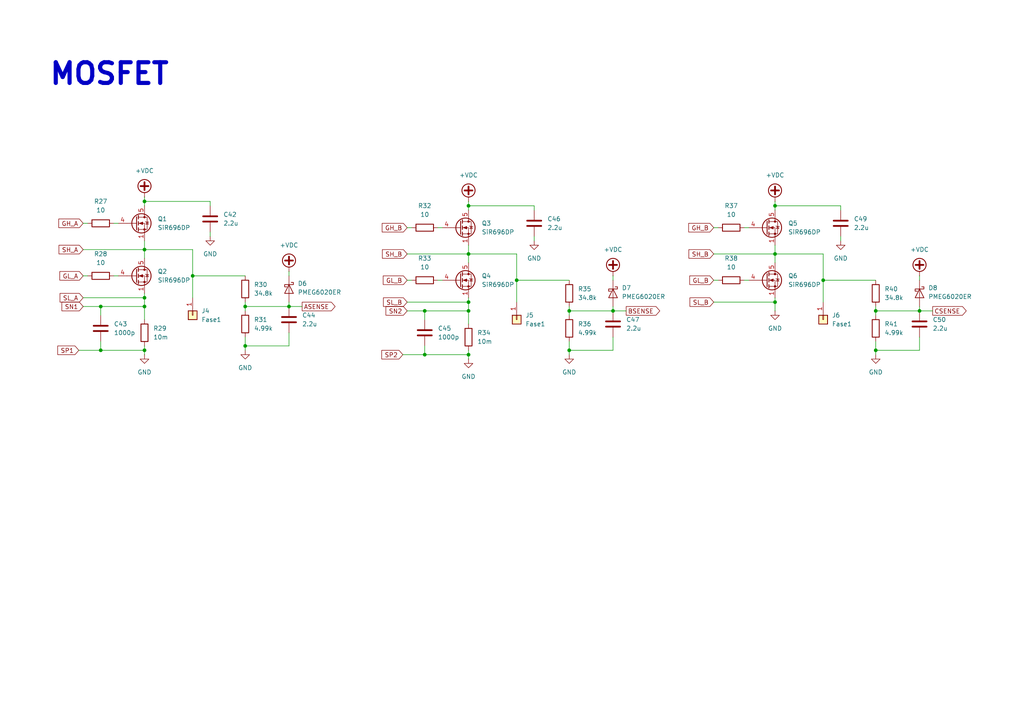
<source format=kicad_sch>
(kicad_sch (version 20231120) (generator "eeschema") (generator_version "8.0")
  (paper "A4")
  (lib_symbols
    (symbol "Connector_Generic:Conn_01x01" (pin_names (offset 1.016) hide)
      (property "Reference" "J" (at 0 2.54 0))
      (property "Value" "Conn_01x01" (at 0 -2.54 0))
      (symbol "Conn_01x01_1_1"
        (rectangle (start -1.27 0.127) (end 0 -0.127) (stroke (width 0.1524)))
        (rectangle (start -1.27 1.27) (end 1.27 -1.27) (stroke (width 0.254)) (fill (type background)))
        (pin passive line (at -5.08 0 0) (length 3.81) (name "Pin_1") (number "1"))
      )
    )
    (symbol "Device:C" (pin_numbers hide) (pin_names (offset 0.254))
      (property "Reference" "C" (at 0.635 2.54 0))
      (property "Value" "C" (at 0.635 -2.54 0))
      (symbol "C_0_1"
        (polyline (pts (xy -2.032 -0.762) (xy 2.032 -0.762)) (stroke (width 0.508)))
        (polyline (pts (xy -2.032 0.762) (xy 2.032 0.762)) (stroke (width 0.508)))
      )
      (symbol "C_1_1"
        (pin passive line (at 0 3.81 270) (length 2.794) (name "~") (number "1"))
        (pin passive line (at 0 -3.81 90) (length 2.794) (name "~") (number "2"))
      )
    )
    (symbol "Device:R" (pin_numbers hide) (pin_names (offset 0))
      (property "Reference" "R" (at 2.032 0 90))
      (property "Value" "R" (at 0 0 90))
      (symbol "R_0_1"
        (rectangle (start -1.016 -2.54) (end 1.016 2.54) (stroke (width 0.254)))
      )
      (symbol "R_1_1"
        (pin passive line (at 0 3.81 270) (length 1.27) (name "~") (number "1"))
        (pin passive line (at 0 -3.81 90) (length 1.27) (name "~") (number "2"))
      )
    )
    (symbol "Diode:PMEG6020ER" (pin_numbers hide) (pin_names hide)
      (property "Reference" "D" (at 0 2.54 0))
      (property "Value" "PMEG6020ER" (at 0 -2.54 0))
      (symbol "PMEG6020ER_0_1"
        (polyline (pts (xy 1.27 0) (xy -1.27 0)))
        (polyline (pts (xy 1.27 1.27) (xy 1.27 -1.27) (xy -1.27 0) (xy 1.27 1.27)) (stroke (width 0.2032)))
        (polyline (pts (xy -1.905 0.635) (xy -1.905 1.27) (xy -1.27 1.27) (xy -1.27 -1.27) (xy -0.635 -1.27) (xy -0.635 -0.635)) (stroke (width 0.2032)))
      )
      (symbol "PMEG6020ER_1_1"
        (pin passive line (at -3.81 0 0) (length 2.54) (name "K") (number "1"))
        (pin passive line (at 3.81 0 180) (length 2.54) (name "A") (number "2"))
      )
    )
    (symbol "Transistor_FET:SiR696DP" (pin_names hide)
      (property "Reference" "Q" (at 5.08 1.905 0))
      (property "Value" "SiR696DP" (at 5.08 0 0))
      (symbol "SiR696DP_0_1"
        (polyline (pts (xy 0.254 0) (xy -2.54 0)))
        (polyline (pts (xy 0.254 1.905) (xy 0.254 -1.905)) (stroke (width 0.254)))
        (polyline (pts (xy 0.762 -1.27) (xy 0.762 -2.286)) (stroke (width 0.254)))
        (polyline (pts (xy 0.762 0.508) (xy 0.762 -0.508)) (stroke (width 0.254)))
        (polyline (pts (xy 0.762 2.286) (xy 0.762 1.27)) (stroke (width 0.254)))
        (polyline (pts (xy 2.54 2.54) (xy 2.54 1.778)))
        (polyline (pts (xy 2.54 -2.54) (xy 2.54 0) (xy 0.762 0)))
        (polyline (pts (xy 0.762 -1.778) (xy 3.302 -1.778) (xy 3.302 1.778) (xy 0.762 1.778)))
        (polyline (pts (xy 1.016 0) (xy 2.032 0.381) (xy 2.032 -0.381) (xy 1.016 0)) (fill (type outline)))
        (polyline (pts (xy 2.794 0.508) (xy 2.921 0.381) (xy 3.683 0.381) (xy 3.81 0.254)))
        (polyline (pts (xy 3.302 0.381) (xy 2.921 -0.254) (xy 3.683 -0.254) (xy 3.302 0.381)))
        (circle (center 1.651 0) (radius 2.794) (stroke (width 0.254)))
        (circle (center 2.54 -1.778) (radius 0.254) (fill (type outline)))
        (circle (center 2.54 1.778) (radius 0.254) (fill (type outline)))
      )
      (symbol "SiR696DP_1_1"
        (pin passive line (at 2.54 -5.08 90) (length 2.54) (name "S") (number "1"))
        (pin passive line (at 2.54 -5.08 90) (length 2.54) hide (name "S") (number "2"))
        (pin passive line (at 2.54 -5.08 90) (length 2.54) hide (name "S") (number "3"))
        (pin input line (at -5.08 0 0) (length 2.54) (name "G") (number "4"))
        (pin passive line (at 2.54 5.08 270) (length 2.54) (name "D") (number "5"))
      )
    )
    (symbol "power:+VDC" (power) (pin_numbers hide) (pin_names (offset 0) hide)
      (property "Value" "+VDC" (at 0 6.35 0))
      (symbol "+VDC_0_1"
        (polyline (pts (xy -1.143 3.175) (xy 1.143 3.175)) (stroke (width 0.508)))
        (polyline (pts (xy 0 0) (xy 0 1.27)))
        (polyline (pts (xy 0 2.032) (xy 0 4.318)) (stroke (width 0.508)))
        (circle (center 0 3.175) (radius 1.905) (stroke (width 0.254)))
      )
      (symbol "+VDC_1_1"
        (pin power_in line (at 0 0 90) (length 0) (name "~") (number "1"))
      )
    )
    (symbol "power:GND" (power) (pin_numbers hide) (pin_names (offset 0) hide)
      (property "Value" "GND" (at 0 -3.81 0))
      (symbol "GND_0_1"
        (polyline (pts (xy 0 0) (xy 0 -1.27) (xy 1.27 -1.27) (xy 0 -2.54) (xy -1.27 -1.27) (xy 0 -1.27)))
      )
      (symbol "GND_1_1"
        (pin power_in line (at 0 0 270) (length 0) (name "~") (number "1"))
      )
    )
  )
  (junction (at 83.82 88.9))
  (junction (at 266.7 90.17))
  (junction (at 135.89 73.66))
  (junction (at 123.19 102.87))
  (junction (at 41.91 72.39))
  (junction (at 55.88 80.01))
  (junction (at 41.91 58.42))
  (junction (at 71.12 100.33))
  (junction (at 41.91 86.36))
  (junction (at 224.79 87.63))
  (junction (at 41.91 101.6))
  (junction (at 41.91 88.9))
  (junction (at 71.12 88.9))
  (junction (at 135.89 59.69))
  (junction (at 224.79 73.66))
  (junction (at 29.21 88.9))
  (junction (at 135.89 102.87))
  (junction (at 238.76 81.28))
  (junction (at 177.8 90.17))
  (junction (at 123.19 90.17))
  (junction (at 254 101.6))
  (junction (at 254 90.17))
  (junction (at 165.1 90.17))
  (junction (at 135.89 90.17))
  (junction (at 149.86 81.28))
  (junction (at 135.89 87.63))
  (junction (at 224.79 59.69))
  (junction (at 165.1 101.6))
  (junction (at 29.21 101.6))
  (wire (pts (xy 238.76 73.66) (xy 224.79 73.66)))
  (wire (pts (xy 266.7 90.17) (xy 270.51 90.17)))
  (wire (pts (xy 41.91 58.42) (xy 60.96 58.42)))
  (wire (pts (xy 41.91 100.33) (xy 41.91 101.6)))
  (wire (pts (xy 71.12 88.9) (xy 71.12 90.17)))
  (wire (pts (xy 266.7 80.01) (xy 266.7 81.28)))
  (wire (pts (xy 33.02 64.77) (xy 34.29 64.77)))
  (wire (pts (xy 41.91 69.85) (xy 41.91 72.39)))
  (wire (pts (xy 118.11 66.04) (xy 119.38 66.04)))
  (wire (pts (xy 177.8 88.9) (xy 177.8 90.17)))
  (wire (pts (xy 83.82 100.33) (xy 71.12 100.33)))
  (wire (pts (xy 154.94 68.58) (xy 154.94 69.85)))
  (wire (pts (xy 177.8 80.01) (xy 177.8 81.28)))
  (wire (pts (xy 266.7 97.79) (xy 266.7 101.6)))
  (wire (pts (xy 224.79 71.12) (xy 224.79 73.66)))
  (wire (pts (xy 41.91 58.42) (xy 41.91 59.69)))
  (wire (pts (xy 118.11 90.17) (xy 123.19 90.17)))
  (wire (pts (xy 207.01 66.04) (xy 208.28 66.04)))
  (wire (pts (xy 127 66.04) (xy 128.27 66.04)))
  (wire (pts (xy 165.1 88.9) (xy 165.1 90.17)))
  (wire (pts (xy 60.96 67.31) (xy 60.96 68.58)))
  (wire (pts (xy 254 81.28) (xy 238.76 81.28)))
  (wire (pts (xy 24.13 64.77) (xy 25.4 64.77)))
  (wire (pts (xy 266.7 101.6) (xy 254 101.6)))
  (wire (pts (xy 135.89 101.6) (xy 135.89 102.87)))
  (wire (pts (xy 224.79 86.36) (xy 224.79 87.63)))
  (wire (pts (xy 254 90.17) (xy 266.7 90.17)))
  (wire (pts (xy 254 101.6) (xy 254 102.87)))
  (wire (pts (xy 24.13 80.01) (xy 25.4 80.01)))
  (wire (pts (xy 83.82 78.74) (xy 83.82 80.01)))
  (wire (pts (xy 254 90.17) (xy 254 91.44)))
  (wire (pts (xy 71.12 100.33) (xy 71.12 101.6)))
  (wire (pts (xy 224.79 59.69) (xy 224.79 60.96)))
  (wire (pts (xy 71.12 88.9) (xy 83.82 88.9)))
  (wire (pts (xy 55.88 72.39) (xy 41.91 72.39)))
  (wire (pts (xy 135.89 58.42) (xy 135.89 59.69)))
  (wire (pts (xy 165.1 101.6) (xy 165.1 102.87)))
  (wire (pts (xy 266.7 88.9) (xy 266.7 90.17)))
  (wire (pts (xy 149.86 81.28) (xy 149.86 73.66)))
  (wire (pts (xy 177.8 97.79) (xy 177.8 101.6)))
  (wire (pts (xy 55.88 80.01) (xy 55.88 86.36)))
  (wire (pts (xy 135.89 86.36) (xy 135.89 87.63)))
  (wire (pts (xy 33.02 80.01) (xy 34.29 80.01)))
  (wire (pts (xy 123.19 90.17) (xy 135.89 90.17)))
  (wire (pts (xy 60.96 59.69) (xy 60.96 58.42)))
  (wire (pts (xy 238.76 81.28) (xy 238.76 87.63)))
  (wire (pts (xy 22.86 101.6) (xy 29.21 101.6)))
  (wire (pts (xy 71.12 100.33) (xy 71.12 97.79)))
  (wire (pts (xy 83.82 96.52) (xy 83.82 100.33)))
  (wire (pts (xy 165.1 90.17) (xy 165.1 91.44)))
  (wire (pts (xy 165.1 81.28) (xy 149.86 81.28)))
  (wire (pts (xy 41.91 88.9) (xy 41.91 92.71)))
  (wire (pts (xy 165.1 90.17) (xy 177.8 90.17)))
  (wire (pts (xy 224.79 73.66) (xy 224.79 76.2)))
  (wire (pts (xy 154.94 60.96) (xy 154.94 59.69)))
  (wire (pts (xy 71.12 87.63) (xy 71.12 88.9)))
  (wire (pts (xy 207.01 81.28) (xy 208.28 81.28)))
  (wire (pts (xy 118.11 81.28) (xy 119.38 81.28)))
  (wire (pts (xy 55.88 80.01) (xy 55.88 72.39)))
  (wire (pts (xy 243.84 60.96) (xy 243.84 59.69)))
  (wire (pts (xy 41.91 101.6) (xy 41.91 102.87)))
  (wire (pts (xy 41.91 72.39) (xy 41.91 74.93)))
  (wire (pts (xy 24.13 72.39) (xy 41.91 72.39)))
  (wire (pts (xy 135.89 87.63) (xy 135.89 90.17)))
  (wire (pts (xy 127 81.28) (xy 128.27 81.28)))
  (wire (pts (xy 29.21 88.9) (xy 41.91 88.9)))
  (wire (pts (xy 215.9 66.04) (xy 217.17 66.04)))
  (wire (pts (xy 224.79 87.63) (xy 224.79 90.17)))
  (wire (pts (xy 224.79 59.69) (xy 243.84 59.69)))
  (wire (pts (xy 254 88.9) (xy 254 90.17)))
  (wire (pts (xy 149.86 73.66) (xy 135.89 73.66)))
  (wire (pts (xy 135.89 73.66) (xy 135.89 76.2)))
  (wire (pts (xy 29.21 101.6) (xy 41.91 101.6)))
  (wire (pts (xy 41.91 57.15) (xy 41.91 58.42)))
  (wire (pts (xy 29.21 99.06) (xy 29.21 101.6)))
  (wire (pts (xy 135.89 90.17) (xy 135.89 93.98)))
  (wire (pts (xy 215.9 81.28) (xy 217.17 81.28)))
  (wire (pts (xy 71.12 80.01) (xy 55.88 80.01)))
  (wire (pts (xy 135.89 59.69) (xy 135.89 60.96)))
  (wire (pts (xy 118.11 73.66) (xy 135.89 73.66)))
  (wire (pts (xy 243.84 68.58) (xy 243.84 69.85)))
  (wire (pts (xy 238.76 81.28) (xy 238.76 73.66)))
  (wire (pts (xy 177.8 101.6) (xy 165.1 101.6)))
  (wire (pts (xy 224.79 58.42) (xy 224.79 59.69)))
  (wire (pts (xy 123.19 90.17) (xy 123.19 92.71)))
  (wire (pts (xy 24.13 86.36) (xy 41.91 86.36)))
  (wire (pts (xy 135.89 71.12) (xy 135.89 73.66)))
  (wire (pts (xy 41.91 86.36) (xy 41.91 88.9)))
  (wire (pts (xy 123.19 102.87) (xy 135.89 102.87)))
  (wire (pts (xy 41.91 85.09) (xy 41.91 86.36)))
  (wire (pts (xy 118.11 87.63) (xy 135.89 87.63)))
  (wire (pts (xy 29.21 88.9) (xy 29.21 91.44)))
  (wire (pts (xy 207.01 73.66) (xy 224.79 73.66)))
  (wire (pts (xy 135.89 59.69) (xy 154.94 59.69)))
  (wire (pts (xy 83.82 88.9) (xy 87.63 88.9)))
  (wire (pts (xy 207.01 87.63) (xy 224.79 87.63)))
  (wire (pts (xy 177.8 90.17) (xy 181.61 90.17)))
  (wire (pts (xy 149.86 81.28) (xy 149.86 87.63)))
  (wire (pts (xy 83.82 87.63) (xy 83.82 88.9)))
  (wire (pts (xy 116.84 102.87) (xy 123.19 102.87)))
  (wire (pts (xy 24.13 88.9) (xy 29.21 88.9)))
  (wire (pts (xy 254 101.6) (xy 254 99.06)))
  (wire (pts (xy 123.19 100.33) (xy 123.19 102.87)))
  (wire (pts (xy 135.89 102.87) (xy 135.89 104.14)))
  (wire (pts (xy 165.1 101.6) (xy 165.1 99.06)))
  (text "MOSFET" (at 31.75 21.59 0) (effects (font (size 6 6) (thickness 1.2) (bold yes))))
  (global_label "SL_A" (shape input) (at 24.13 86.36 180) (property "Intersheetrefs" "${INTERSHEET_REFS}" (effects (hide yes))))
  (global_label "SN1" (shape input) (at 24.13 88.9 180) (property "Intersheetrefs" "${INTERSHEET_REFS}" (effects (hide yes))))
  (global_label "GL_A" (shape input) (at 24.13 80.01 180) (property "Intersheetrefs" "${INTERSHEET_REFS}" (effects (hide yes))))
  (global_label "BSENSE" (shape output) (at 181.61 90.17 0) (property "Intersheetrefs" "${INTERSHEET_REFS}" (effects (hide yes))))
  (global_label "SL_B" (shape input) (at 118.11 87.63 180) (property "Intersheetrefs" "${INTERSHEET_REFS}" (effects (hide yes))))
  (global_label "GH_A" (shape input) (at 24.13 64.77 180) (property "Intersheetrefs" "${INTERSHEET_REFS}" (effects (hide yes))))
  (global_label "SP2" (shape input) (at 116.84 102.87 180) (property "Intersheetrefs" "${INTERSHEET_REFS}" (effects (hide yes))))
  (global_label "SH_B" (shape input) (at 207.01 73.66 180) (property "Intersheetrefs" "${INTERSHEET_REFS}" (effects (hide yes))))
  (global_label "SP1" (shape input) (at 22.86 101.6 180) (property "Intersheetrefs" "${INTERSHEET_REFS}" (effects (hide yes))))
  (global_label "GL_B" (shape input) (at 118.11 81.28 180) (property "Intersheetrefs" "${INTERSHEET_REFS}" (effects (hide yes))))
  (global_label "SL_B" (shape input) (at 207.01 87.63 180) (property "Intersheetrefs" "${INTERSHEET_REFS}" (effects (hide yes))))
  (global_label "GH_B" (shape input) (at 118.11 66.04 180) (property "Intersheetrefs" "${INTERSHEET_REFS}" (effects (hide yes))))
  (global_label "SN2" (shape input) (at 118.11 90.17 180) (property "Intersheetrefs" "${INTERSHEET_REFS}" (effects (hide yes))))
  (global_label "ASENSE" (shape output) (at 87.63 88.9 0) (property "Intersheetrefs" "${INTERSHEET_REFS}" (effects (hide yes))))
  (global_label "SH_A" (shape input) (at 24.13 72.39 180) (property "Intersheetrefs" "${INTERSHEET_REFS}" (effects (hide yes))))
  (global_label "GL_B" (shape input) (at 207.01 81.28 180) (property "Intersheetrefs" "${INTERSHEET_REFS}" (effects (hide yes))))
  (global_label "SH_B" (shape input) (at 118.11 73.66 180) (property "Intersheetrefs" "${INTERSHEET_REFS}" (effects (hide yes))))
  (global_label "GH_B" (shape input) (at 207.01 66.04 180) (property "Intersheetrefs" "${INTERSHEET_REFS}" (effects (hide yes))))
  (global_label "CSENSE" (shape output) (at 270.51 90.17 0) (property "Intersheetrefs" "${INTERSHEET_REFS}" (effects (hide yes))))
  (symbol (lib_id "Connector_Generic:Conn_01x01") (at 55.88 91.44 270) (unit 1)
    (property "Reference" "J4" (at 58.42 90.1699 90) (effects (justify left)))
    (property "Value" "Fase1" (at 58.42 92.7099 90) (effects (justify left)))
    (property "Description" "Generic connector, single row, 01x01, script generated (kicad-library-utils/schlib/autogen/connector/)" (effects (hide yes)))
  )
  (symbol (lib_id "power:GND") (at 224.79 90.17 0) (unit 1)
    (property "Reference" "#PWR064" (effects (hide yes)))
    (property "Value" "GND" (at 224.79 95.25 0))
    (property "Description" "Power symbol creates a global label with name \"GND\" , ground" (effects (hide yes)))
  )
  (symbol (lib_id "power:+VDC") (at 224.79 58.42 0) (unit 1)
    (property "Reference" "#PWR063" (effects (hide yes)))
    (property "Value" "+VDC" (at 224.79 50.8 0))
    (property "Description" "Power symbol creates a global label with name \"+VDC\"" (effects (hide yes)))
  )
  (symbol (lib_id "Connector_Generic:Conn_01x01") (at 238.76 92.71 270) (unit 1)
    (property "Reference" "J6" (at 241.3 91.4399 90) (effects (justify left)))
    (property "Value" "Fase1" (at 241.3 93.9799 90) (effects (justify left)))
    (property "Description" "Generic connector, single row, 01x01, script generated (kicad-library-utils/schlib/autogen/connector/)" (effects (hide yes)))
  )
  (symbol (lib_id "Connector_Generic:Conn_01x01") (at 149.86 92.71 270) (unit 1)
    (property "Reference" "J5" (at 152.4 91.4399 90) (effects (justify left)))
    (property "Value" "Fase1" (at 152.4 93.9799 90) (effects (justify left)))
    (property "Description" "Generic connector, single row, 01x01, script generated (kicad-library-utils/schlib/autogen/connector/)" (effects (hide yes)))
  )
  (symbol (lib_id "power:GND") (at 154.94 69.85 0) (unit 1)
    (property "Reference" "#PWR060" (effects (hide yes)))
    (property "Value" "GND" (at 154.94 74.93 0))
    (property "Description" "Power symbol creates a global label with name \"GND\" , ground" (effects (hide yes)))
  )
  (symbol (lib_id "Device:R") (at 71.12 93.98 180) (unit 1)
    (property "Reference" "R31" (at 73.66 92.7099 0) (effects (justify right)))
    (property "Value" "4.99k" (at 73.66 95.2499 0) (effects (justify right)))
    (property "Description" "Resistor" (effects (hide yes)))
  )
  (symbol (lib_id "Device:R") (at 41.91 96.52 180) (unit 1)
    (property "Reference" "R29" (at 44.45 95.2499 0) (effects (justify right)))
    (property "Value" "10m" (at 44.45 97.7899 0) (effects (justify right)))
    (property "Description" "Resistor" (effects (hide yes)))
  )
  (symbol (lib_id "Transistor_FET:SiR696DP") (at 222.25 81.28 0) (unit 1)
    (property "Reference" "Q6" (at 228.6 80.0099 0) (effects (justify left)))
    (property "Value" "SiR696DP" (at 228.6 82.5499 0) (effects (justify left)))
    (property "Footprint" "Package_SO:PowerPAK_SO-8_Single" (effects (hide yes)))
    (property "Datasheet" "https://www.vishay.com/docs/65689/sir696dp.pdf" (effects (hide yes)))
    (property "Description" "60A Id, 125V Vds N-Channel MOSFET, 9.6mOhm Ron, 19.4 nC Qg(typ), PowerPAK-8" (effects (hide yes)))
  )
  (symbol (lib_id "Device:R") (at 29.21 80.01 90) (unit 1)
    (property "Reference" "R28" (at 29.21 73.66 90))
    (property "Value" "10" (at 29.21 76.2 90))
    (property "Description" "Resistor" (effects (hide yes)))
  )
  (symbol (lib_id "Transistor_FET:SiR696DP") (at 133.35 81.28 0) (unit 1)
    (property "Reference" "Q4" (at 139.7 80.0099 0) (effects (justify left)))
    (property "Value" "SiR696DP" (at 139.7 82.5499 0) (effects (justify left)))
    (property "Footprint" "Package_SO:PowerPAK_SO-8_Single" (effects (hide yes)))
    (property "Datasheet" "https://www.vishay.com/docs/65689/sir696dp.pdf" (effects (hide yes)))
    (property "Description" "60A Id, 125V Vds N-Channel MOSFET, 9.6mOhm Ron, 19.4 nC Qg(typ), PowerPAK-8" (effects (hide yes)))
  )
  (symbol (lib_id "power:+VDC") (at 177.8 80.01 0) (unit 1)
    (property "Reference" "#PWR062" (effects (hide yes)))
    (property "Value" "+VDC" (at 177.8 72.39 0))
    (property "Description" "Power symbol creates a global label with name \"+VDC\"" (effects (hide yes)))
  )
  (symbol (lib_id "Device:R") (at 212.09 66.04 90) (unit 1)
    (property "Reference" "R37" (at 212.09 59.69 90))
    (property "Value" "10" (at 212.09 62.23 90))
    (property "Description" "Resistor" (effects (hide yes)))
  )
  (symbol (lib_id "Device:C") (at 123.19 96.52 0) (unit 1)
    (property "Reference" "C45" (at 127 95.2499 0) (effects (justify left)))
    (property "Value" "1000p" (at 127 97.7899 0) (effects (justify left)))
    (property "Description" "Unpolarized capacitor" (effects (hide yes)))
  )
  (symbol (lib_id "Device:R") (at 165.1 85.09 180) (unit 1)
    (property "Reference" "R35" (at 167.64 83.8199 0) (effects (justify right)))
    (property "Value" "34.8k" (at 167.64 86.3599 0) (effects (justify right)))
    (property "Description" "Resistor" (effects (hide yes)))
  )
  (symbol (lib_id "Device:R") (at 212.09 81.28 90) (unit 1)
    (property "Reference" "R38" (at 212.09 74.93 90))
    (property "Value" "10" (at 212.09 77.47 90))
    (property "Description" "Resistor" (effects (hide yes)))
  )
  (symbol (lib_id "power:GND") (at 165.1 102.87 0) (unit 1)
    (property "Reference" "#PWR061" (effects (hide yes)))
    (property "Value" "GND" (at 165.1 107.95 0))
    (property "Description" "Power symbol creates a global label with name \"GND\" , ground" (effects (hide yes)))
  )
  (symbol (lib_id "Device:R") (at 254 85.09 180) (unit 1)
    (property "Reference" "R40" (at 256.54 83.8199 0) (effects (justify right)))
    (property "Value" "34.8k" (at 256.54 86.3599 0) (effects (justify right)))
    (property "Description" "Resistor" (effects (hide yes)))
  )
  (symbol (lib_id "Device:R") (at 29.21 64.77 90) (unit 1)
    (property "Reference" "R27" (at 29.21 58.42 90))
    (property "Value" "10" (at 29.21 60.96 90))
    (property "Description" "Resistor" (effects (hide yes)))
  )
  (symbol (lib_id "Transistor_FET:SiR696DP") (at 222.25 66.04 0) (unit 1)
    (property "Reference" "Q5" (at 228.6 64.7699 0) (effects (justify left)))
    (property "Value" "SiR696DP" (at 228.6 67.3099 0) (effects (justify left)))
    (property "Footprint" "Package_SO:PowerPAK_SO-8_Single" (effects (hide yes)))
    (property "Datasheet" "https://www.vishay.com/docs/65689/sir696dp.pdf" (effects (hide yes)))
    (property "Description" "60A Id, 125V Vds N-Channel MOSFET, 9.6mOhm Ron, 19.4 nC Qg(typ), PowerPAK-8" (effects (hide yes)))
  )
  (symbol (lib_id "Transistor_FET:SiR696DP") (at 39.37 80.01 0) (unit 1)
    (property "Reference" "Q2" (at 45.72 78.7399 0) (effects (justify left)))
    (property "Value" "SiR696DP" (at 45.72 81.2799 0) (effects (justify left)))
    (property "Footprint" "Package_SO:PowerPAK_SO-8_Single" (effects (hide yes)))
    (property "Datasheet" "https://www.vishay.com/docs/65689/sir696dp.pdf" (effects (hide yes)))
    (property "Description" "60A Id, 125V Vds N-Channel MOSFET, 9.6mOhm Ron, 19.4 nC Qg(typ), PowerPAK-8" (effects (hide yes)))
  )
  (symbol (lib_id "Transistor_FET:SiR696DP") (at 39.37 64.77 0) (unit 1)
    (property "Reference" "Q1" (at 45.72 63.4999 0) (effects (justify left)))
    (property "Value" "SiR696DP" (at 45.72 66.0399 0) (effects (justify left)))
    (property "Footprint" "Package_SO:PowerPAK_SO-8_Single" (effects (hide yes)))
    (property "Datasheet" "https://www.vishay.com/docs/65689/sir696dp.pdf" (effects (hide yes)))
    (property "Description" "60A Id, 125V Vds N-Channel MOSFET, 9.6mOhm Ron, 19.4 nC Qg(typ), PowerPAK-8" (effects (hide yes)))
  )
  (symbol (lib_id "power:+VDC") (at 41.91 57.15 0) (unit 1)
    (property "Reference" "#PWR053" (effects (hide yes)))
    (property "Value" "+VDC" (at 41.91 49.53 0))
    (property "Description" "Power symbol creates a global label with name \"+VDC\"" (effects (hide yes)))
  )
  (symbol (lib_id "Device:R") (at 135.89 97.79 180) (unit 1)
    (property "Reference" "R34" (at 138.43 96.5199 0) (effects (justify right)))
    (property "Value" "10m" (at 138.43 99.0599 0) (effects (justify right)))
    (property "Description" "Resistor" (effects (hide yes)))
  )
  (symbol (lib_id "power:+VDC") (at 83.82 78.74 0) (unit 1)
    (property "Reference" "#PWR057" (effects (hide yes)))
    (property "Value" "+VDC" (at 83.82 71.12 0))
    (property "Description" "Power symbol creates a global label with name \"+VDC\"" (effects (hide yes)))
  )
  (symbol (lib_id "Device:R") (at 165.1 95.25 180) (unit 1)
    (property "Reference" "R36" (at 167.64 93.9799 0) (effects (justify right)))
    (property "Value" "4.99k" (at 167.64 96.5199 0) (effects (justify right)))
    (property "Description" "Resistor" (effects (hide yes)))
  )
  (symbol (lib_id "Device:C") (at 83.82 92.71 0) (unit 1)
    (property "Reference" "C44" (at 87.63 91.4399 0) (effects (justify left)))
    (property "Value" "2.2u" (at 87.63 93.9799 0) (effects (justify left)))
    (property "Description" "Unpolarized capacitor" (effects (hide yes)))
  )
  (symbol (lib_id "power:GND") (at 41.91 102.87 0) (unit 1)
    (property "Reference" "#PWR054" (effects (hide yes)))
    (property "Value" "GND" (at 41.91 107.95 0))
    (property "Description" "Power symbol creates a global label with name \"GND\" , ground" (effects (hide yes)))
  )
  (symbol (lib_id "power:GND") (at 60.96 68.58 0) (unit 1)
    (property "Reference" "#PWR055" (effects (hide yes)))
    (property "Value" "GND" (at 60.96 73.66 0))
    (property "Description" "Power symbol creates a global label with name \"GND\" , ground" (effects (hide yes)))
  )
  (symbol (lib_id "Diode:PMEG6020ER") (at 83.82 83.82 270) (unit 1)
    (property "Reference" "D6" (at 86.36 82.2324 90) (effects (justify left)))
    (property "Value" "PMEG6020ER" (at 86.36 84.7724 90) (effects (justify left)))
    (property "Footprint" "Diode_SMD:Nexperia_CFP3_SOD-123W" (effects (hide yes)))
    (property "Datasheet" "https://assets.nexperia.com/documents/data-sheet/PMEG6020ER.pdf" (effects (hide yes)))
    (property "Description" "60V, 2A low Vf MEGA Schottky barrier rectifier, SOD-123W" (effects (hide yes)))
  )
  (symbol (lib_id "Diode:PMEG6020ER") (at 177.8 85.09 270) (unit 1)
    (property "Reference" "D7" (at 180.34 83.5024 90) (effects (justify left)))
    (property "Value" "PMEG6020ER" (at 180.34 86.0424 90) (effects (justify left)))
    (property "Footprint" "Diode_SMD:Nexperia_CFP3_SOD-123W" (effects (hide yes)))
    (property "Datasheet" "https://assets.nexperia.com/documents/data-sheet/PMEG6020ER.pdf" (effects (hide yes)))
    (property "Description" "60V, 2A low Vf MEGA Schottky barrier rectifier, SOD-123W" (effects (hide yes)))
  )
  (symbol (lib_id "Diode:PMEG6020ER") (at 266.7 85.09 270) (unit 1)
    (property "Reference" "D8" (at 269.24 83.5024 90) (effects (justify left)))
    (property "Value" "PMEG6020ER" (at 269.24 86.0424 90) (effects (justify left)))
    (property "Footprint" "Diode_SMD:Nexperia_CFP3_SOD-123W" (effects (hide yes)))
    (property "Datasheet" "https://assets.nexperia.com/documents/data-sheet/PMEG6020ER.pdf" (effects (hide yes)))
    (property "Description" "60V, 2A low Vf MEGA Schottky barrier rectifier, SOD-123W" (effects (hide yes)))
  )
  (symbol (lib_id "Device:R") (at 123.19 81.28 90) (unit 1)
    (property "Reference" "R33" (at 123.19 74.93 90))
    (property "Value" "10" (at 123.19 77.47 90))
    (property "Description" "Resistor" (effects (hide yes)))
  )
  (symbol (lib_id "power:GND") (at 71.12 101.6 0) (unit 1)
    (property "Reference" "#PWR056" (effects (hide yes)))
    (property "Value" "GND" (at 71.12 106.68 0))
    (property "Description" "Power symbol creates a global label with name \"GND\" , ground" (effects (hide yes)))
  )
  (symbol (lib_id "power:+VDC") (at 135.89 58.42 0) (unit 1)
    (property "Reference" "#PWR058" (effects (hide yes)))
    (property "Value" "+VDC" (at 135.89 50.8 0))
    (property "Description" "Power symbol creates a global label with name \"+VDC\"" (effects (hide yes)))
  )
  (symbol (lib_id "power:GND") (at 135.89 104.14 0) (unit 1)
    (property "Reference" "#PWR059" (effects (hide yes)))
    (property "Value" "GND" (at 135.89 109.22 0))
    (property "Description" "Power symbol creates a global label with name \"GND\" , ground" (effects (hide yes)))
  )
  (symbol (lib_id "Device:C") (at 266.7 93.98 0) (unit 1)
    (property "Reference" "C50" (at 270.51 92.7099 0) (effects (justify left)))
    (property "Value" "2.2u" (at 270.51 95.2499 0) (effects (justify left)))
    (property "Description" "Unpolarized capacitor" (effects (hide yes)))
  )
  (symbol (lib_id "power:GND") (at 243.84 69.85 0) (unit 1)
    (property "Reference" "#PWR065" (effects (hide yes)))
    (property "Value" "GND" (at 243.84 74.93 0))
    (property "Description" "Power symbol creates a global label with name \"GND\" , ground" (effects (hide yes)))
  )
  (symbol (lib_id "Device:C") (at 29.21 95.25 0) (unit 1)
    (property "Reference" "C43" (at 33.02 93.9799 0) (effects (justify left)))
    (property "Value" "1000p" (at 33.02 96.5199 0) (effects (justify left)))
    (property "Description" "Unpolarized capacitor" (effects (hide yes)))
  )
  (symbol (lib_id "power:+VDC") (at 266.7 80.01 0) (unit 1)
    (property "Reference" "#PWR067" (effects (hide yes)))
    (property "Value" "+VDC" (at 266.7 72.39 0))
    (property "Description" "Power symbol creates a global label with name \"+VDC\"" (effects (hide yes)))
  )
  (symbol (lib_id "Device:C") (at 60.96 63.5 0) (unit 1)
    (property "Reference" "C42" (at 64.77 62.2299 0) (effects (justify left)))
    (property "Value" "2.2u" (at 64.77 64.7699 0) (effects (justify left)))
    (property "Description" "Unpolarized capacitor" (effects (hide yes)))
  )
  (symbol (lib_id "power:GND") (at 254 102.87 0) (unit 1)
    (property "Reference" "#PWR066" (effects (hide yes)))
    (property "Value" "GND" (at 254 107.95 0))
    (property "Description" "Power symbol creates a global label with name \"GND\" , ground" (effects (hide yes)))
  )
  (symbol (lib_id "Device:R") (at 123.19 66.04 90) (unit 1)
    (property "Reference" "R32" (at 123.19 59.69 90))
    (property "Value" "10" (at 123.19 62.23 90))
    (property "Description" "Resistor" (effects (hide yes)))
  )
  (symbol (lib_id "Device:R") (at 254 95.25 180) (unit 1)
    (property "Reference" "R41" (at 256.54 93.9799 0) (effects (justify right)))
    (property "Value" "4.99k" (at 256.54 96.5199 0) (effects (justify right)))
    (property "Description" "Resistor" (effects (hide yes)))
  )
  (symbol (lib_id "Device:C") (at 177.8 93.98 0) (unit 1)
    (property "Reference" "C47" (at 181.61 92.7099 0) (effects (justify left)))
    (property "Value" "2.2u" (at 181.61 95.2499 0) (effects (justify left)))
    (property "Description" "Unpolarized capacitor" (effects (hide yes)))
  )
  (symbol (lib_id "Device:C") (at 243.84 64.77 0) (unit 1)
    (property "Reference" "C49" (at 247.65 63.4999 0) (effects (justify left)))
    (property "Value" "2.2u" (at 247.65 66.0399 0) (effects (justify left)))
    (property "Description" "Unpolarized capacitor" (effects (hide yes)))
  )
  (symbol (lib_id "Device:C") (at 154.94 64.77 0) (unit 1)
    (property "Reference" "C46" (at 158.75 63.4999 0) (effects (justify left)))
    (property "Value" "2.2u" (at 158.75 66.0399 0) (effects (justify left)))
    (property "Description" "Unpolarized capacitor" (effects (hide yes)))
  )
  (symbol (lib_id "Device:R") (at 71.12 83.82 180) (unit 1)
    (property "Reference" "R30" (at 73.66 82.5499 0) (effects (justify right)))
    (property "Value" "34.8k" (at 73.66 85.0899 0) (effects (justify right)))
    (property "Description" "Resistor" (effects (hide yes)))
  )
  (symbol (lib_id "Transistor_FET:SiR696DP") (at 133.35 66.04 0) (unit 1)
    (property "Reference" "Q3" (at 139.7 64.7699 0) (effects (justify left)))
    (property "Value" "SiR696DP" (at 139.7 67.3099 0) (effects (justify left)))
    (property "Footprint" "Package_SO:PowerPAK_SO-8_Single" (effects (hide yes)))
    (property "Datasheet" "https://www.vishay.com/docs/65689/sir696dp.pdf" (effects (hide yes)))
    (property "Description" "60A Id, 125V Vds N-Channel MOSFET, 9.6mOhm Ron, 19.4 nC Qg(typ), PowerPAK-8" (effects (hide yes)))
  )
)
</source>
